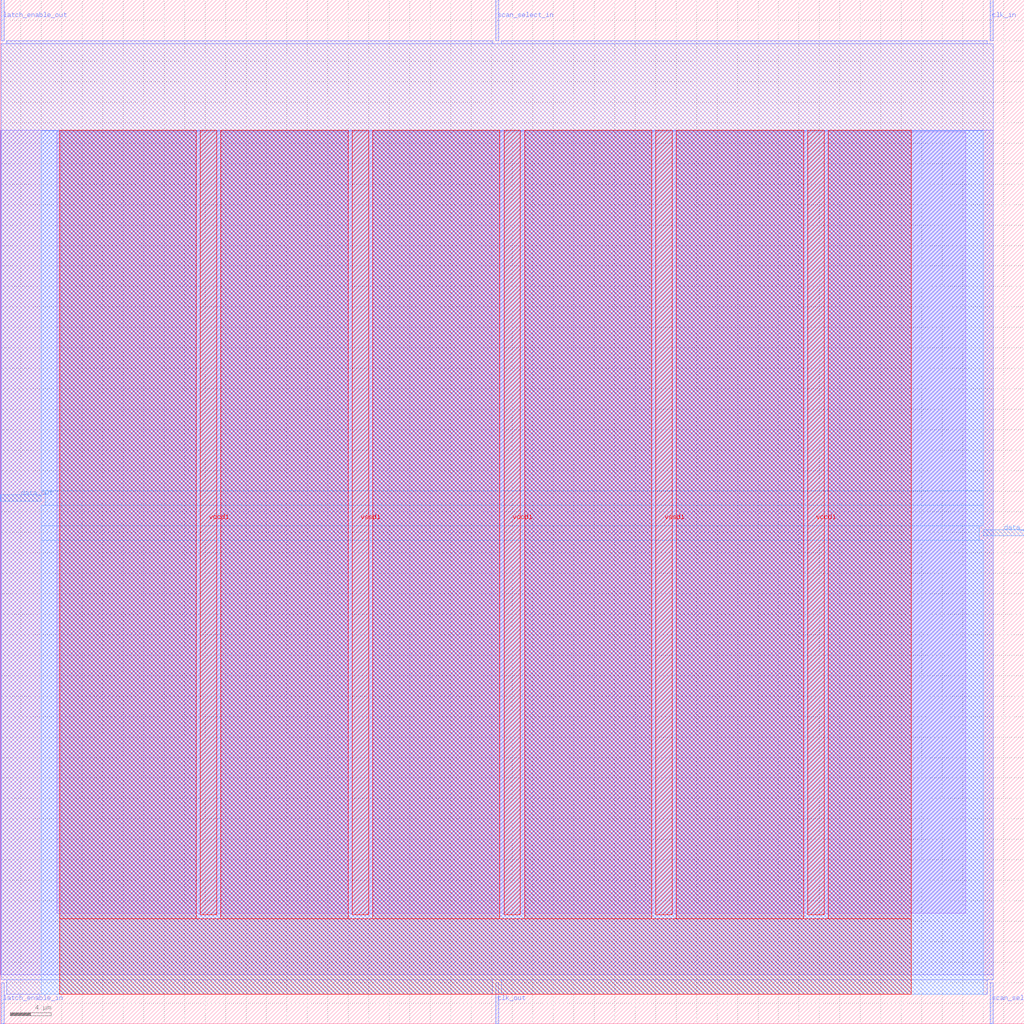
<source format=lef>
VERSION 5.7 ;
  NOWIREEXTENSIONATPIN ON ;
  DIVIDERCHAR "/" ;
  BUSBITCHARS "[]" ;
MACRO scan_wrapper_341542971476279892
  CLASS BLOCK ;
  FOREIGN scan_wrapper_341542971476279892 ;
  ORIGIN 0.000 0.000 ;
  SIZE 100.000 BY 100.000 ;
  PIN clk_in
    DIRECTION INPUT ;
    USE SIGNAL ;
    PORT
      LAYER met2 ;
        RECT 96.690 96.000 96.970 100.000 ;
    END
  END clk_in
  PIN clk_out
    DIRECTION OUTPUT TRISTATE ;
    USE SIGNAL ;
    PORT
      LAYER met2 ;
        RECT 48.390 0.000 48.670 4.000 ;
    END
  END clk_out
  PIN data_in
    DIRECTION INPUT ;
    USE SIGNAL ;
    PORT
      LAYER met3 ;
        RECT 96.000 47.640 100.000 48.240 ;
    END
  END data_in
  PIN data_out
    DIRECTION OUTPUT TRISTATE ;
    USE SIGNAL ;
    PORT
      LAYER met3 ;
        RECT 0.000 51.040 4.000 51.640 ;
    END
  END data_out
  PIN latch_enable_in
    DIRECTION INPUT ;
    USE SIGNAL ;
    PORT
      LAYER met2 ;
        RECT 0.090 0.000 0.370 4.000 ;
    END
  END latch_enable_in
  PIN latch_enable_out
    DIRECTION OUTPUT TRISTATE ;
    USE SIGNAL ;
    PORT
      LAYER met2 ;
        RECT 0.090 96.000 0.370 100.000 ;
    END
  END latch_enable_out
  PIN scan_select_in
    DIRECTION INPUT ;
    USE SIGNAL ;
    PORT
      LAYER met2 ;
        RECT 48.390 96.000 48.670 100.000 ;
    END
  END scan_select_in
  PIN scan_select_out
    DIRECTION OUTPUT TRISTATE ;
    USE SIGNAL ;
    PORT
      LAYER met2 ;
        RECT 96.690 0.000 96.970 4.000 ;
    END
  END scan_select_out
  PIN vccd1
    DIRECTION INPUT ;
    USE POWER ;
    PORT
      LAYER met4 ;
        RECT 19.550 10.640 21.150 87.280 ;
    END
    PORT
      LAYER met4 ;
        RECT 49.200 10.640 50.800 87.280 ;
    END
    PORT
      LAYER met4 ;
        RECT 78.855 10.640 80.455 87.280 ;
    END
  END vccd1
  PIN vssd1
    DIRECTION INPUT ;
    USE GROUND ;
    PORT
      LAYER met4 ;
        RECT 34.370 10.640 35.970 87.280 ;
    END
    PORT
      LAYER met4 ;
        RECT 64.025 10.640 65.625 87.280 ;
    END
  END vssd1
  OBS
      LAYER li1 ;
        RECT 5.520 10.795 94.300 87.125 ;
      LAYER met1 ;
        RECT 0.070 4.800 96.990 87.280 ;
      LAYER met2 ;
        RECT 0.650 95.720 48.110 96.000 ;
        RECT 48.950 95.720 96.410 96.000 ;
        RECT 0.100 4.280 96.960 95.720 ;
        RECT 0.650 2.875 48.110 4.280 ;
        RECT 48.950 2.875 96.410 4.280 ;
      LAYER met3 ;
        RECT 4.000 52.040 96.000 87.205 ;
        RECT 4.400 50.640 96.000 52.040 ;
        RECT 4.000 48.640 96.000 50.640 ;
        RECT 4.000 47.240 95.600 48.640 ;
        RECT 4.000 2.895 96.000 47.240 ;
      LAYER met4 ;
        RECT 5.815 10.240 19.150 87.280 ;
        RECT 21.550 10.240 33.970 87.280 ;
        RECT 36.370 10.240 48.800 87.280 ;
        RECT 51.200 10.240 63.625 87.280 ;
        RECT 66.025 10.240 78.455 87.280 ;
        RECT 80.855 10.240 88.945 87.280 ;
        RECT 5.815 2.895 88.945 10.240 ;
  END
END scan_wrapper_341542971476279892
END LIBRARY


</source>
